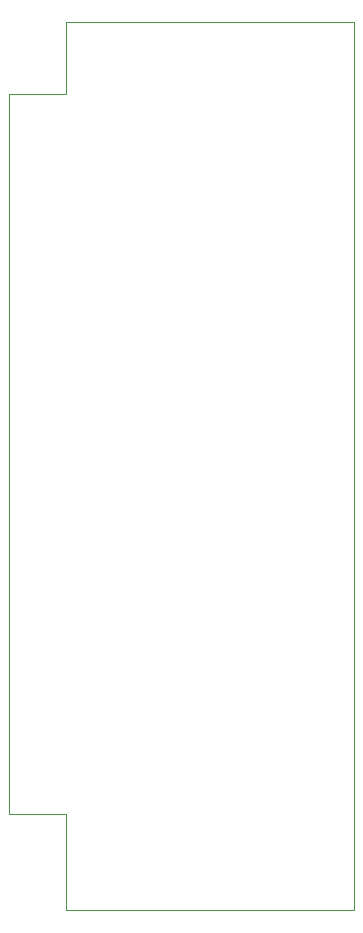
<source format=gbr>
%TF.GenerationSoftware,KiCad,Pcbnew,7.0.5-0*%
%TF.CreationDate,2023-06-15T10:43:23-05:00*%
%TF.ProjectId,PicoGUS,5069636f-4755-4532-9e6b-696361645f70,rev?*%
%TF.SameCoordinates,Original*%
%TF.FileFunction,Profile,NP*%
%FSLAX46Y46*%
G04 Gerber Fmt 4.6, Leading zero omitted, Abs format (unit mm)*
G04 Created by KiCad (PCBNEW 7.0.5-0) date 2023-06-15 10:43:23*
%MOMM*%
%LPD*%
G01*
G04 APERTURE LIST*
%TA.AperFunction,Profile*%
%ADD10C,0.050000*%
%TD*%
G04 APERTURE END LIST*
D10*
X145288000Y-133604000D02*
X120904000Y-133604000D01*
X120904000Y-125476000D01*
X116078000Y-125476000D01*
X116078000Y-64516000D01*
X120904000Y-64516000D01*
X120904000Y-58420000D01*
X145288000Y-58420000D01*
X145288000Y-133604000D01*
M02*

</source>
